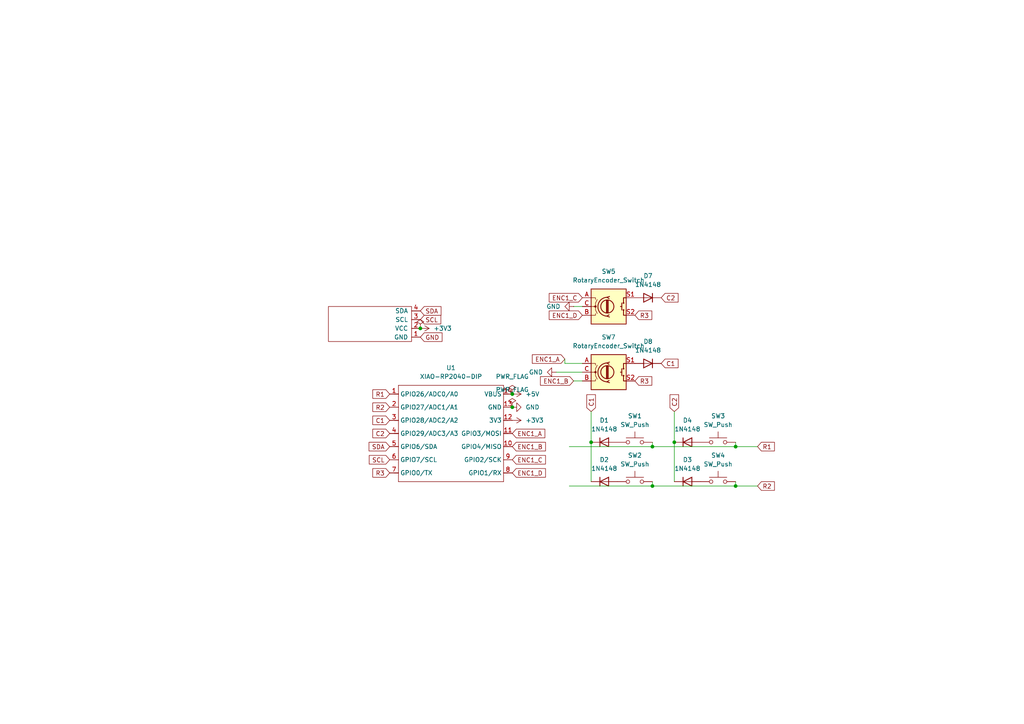
<source format=kicad_sch>
(kicad_sch (version 20250114) (generator "eeschema") (generator_version "9.0")
  (paper "A4")
  (lib_symbols
    (symbol "Device:RotaryEncoder_Switch" (pin_names (offset 0.254) (hide yes))
      (property "Reference" "SW" (at 0 6.604 0))
      (property "Value" "RotaryEncoder_Switch" (at 0 -6.604 0))
      (symbol "RotaryEncoder_Switch_0_1"
        (rectangle (start -5.08 5.08) (end 5.08 -5.08) (stroke (width 0.254)) (fill (type background)))
        (polyline (pts (xy -5.08 2.54) (xy -3.81 2.54) (xy -3.81 2.032)))
        (polyline (pts (xy -5.08 0) (xy -3.81 0) (xy -3.81 -1.016) (xy -3.302 -2.032)))
        (polyline (pts (xy -5.08 -2.54) (xy -3.81 -2.54) (xy -3.81 -2.032)))
        (polyline (pts (xy -4.318 0) (xy -3.81 0) (xy -3.81 1.016) (xy -3.302 2.032)))
        (circle (center -3.81 0) (radius 0.254) (fill (type outline)))
        (polyline (pts (xy -0.635 -1.778) (xy -0.635 1.778)) (stroke (width 0.254)))
        (circle (center -0.381 0) (radius 1.905) (stroke (width 0.254)))
        (polyline (pts (xy -0.381 -1.778) (xy -0.381 1.778)) (stroke (width 0.254)))
        (arc (start -0.381 -2.794) (mid -3.0988 -0.0635) (end -0.381 2.667) (stroke (width 0.254)))
        (polyline (pts (xy -0.127 1.778) (xy -0.127 -1.778)) (stroke (width 0.254)))
        (polyline (pts (xy 0.254 2.921) (xy -0.508 2.667) (xy 0.127 2.286)) (stroke (width 0.254)))
        (polyline (pts (xy 0.254 -3.048) (xy -0.508 -2.794) (xy 0.127 -2.413)) (stroke (width 0.254)))
        (polyline (pts (xy 3.81 1.016) (xy 3.81 -1.016)) (stroke (width 0.254)))
        (polyline (pts (xy 3.81 0) (xy 3.429 0)) (stroke (width 0.254)))
        (circle (center 4.318 1.016) (radius 0.127) (stroke (width 0.254)))
        (circle (center 4.318 -1.016) (radius 0.127) (stroke (width 0.254)))
        (polyline (pts (xy 5.08 2.54) (xy 4.318 2.54) (xy 4.318 1.016)) (stroke (width 0.254)))
        (polyline (pts (xy 5.08 -2.54) (xy 4.318 -2.54) (xy 4.318 -1.016)) (stroke (width 0.254)))
      )
      (symbol "RotaryEncoder_Switch_1_1"
        (pin passive line (at -7.62 2.54 0) (length 2.54) (name "A") (number "A"))
        (pin passive line (at -7.62 0 0) (length 2.54) (name "C") (number "C"))
        (pin passive line (at -7.62 -2.54 0) (length 2.54) (name "B") (number "B"))
        (pin passive line (at 7.62 2.54 180) (length 2.54) (name "S1") (number "S1"))
        (pin passive line (at 7.62 -2.54 180) (length 2.54) (name "S2") (number "S2"))
      )
    )
    (symbol "Diode:1N4148" (pin_numbers (hide yes)) (pin_names (hide yes))
      (property "Reference" "D" (at 0 2.54 0))
      (property "Value" "1N4148" (at 0 -2.54 0))
      (symbol "1N4148_0_1"
        (polyline (pts (xy -1.27 1.27) (xy -1.27 -1.27)) (stroke (width 0.254)))
        (polyline (pts (xy 1.27 1.27) (xy 1.27 -1.27) (xy -1.27 0) (xy 1.27 1.27)) (stroke (width 0.254)))
        (polyline (pts (xy 1.27 0) (xy -1.27 0)))
      )
      (symbol "1N4148_1_1"
        (pin passive line (at -3.81 0 0) (length 2.54) (name "K") (number "1"))
        (pin passive line (at 3.81 0 180) (length 2.54) (name "A") (number "2"))
      )
    )
    (symbol "OPL LIBRARY:XIAO-RP2040-DIP"
      (property "Reference" "U" (at 0 0 0))
      (property "Value" "XIAO-RP2040-DIP" (at 5.334 -1.778 0))
      (symbol "XIAO-RP2040-DIP_1_0"
        (polyline (pts (xy -1.27 -2.54) (xy 29.21 -2.54)) (stroke (width 0.1524)))
        (polyline (pts (xy -1.27 -5.08) (xy -2.54 -5.08)) (stroke (width 0.1524)))
        (polyline (pts (xy -1.27 -5.08) (xy -1.27 -2.54)) (stroke (width 0.1524)))
        (polyline (pts (xy -1.27 -8.89) (xy -2.54 -8.89)) (stroke (width 0.1524)))
        (polyline (pts (xy -1.27 -8.89) (xy -1.27 -5.08)) (stroke (width 0.1524)))
        (polyline (pts (xy -1.27 -12.7) (xy -2.54 -12.7)) (stroke (width 0.1524)))
        (polyline (pts (xy -1.27 -12.7) (xy -1.27 -8.89)) (stroke (width 0.1524)))
        (polyline (pts (xy -1.27 -16.51) (xy -2.54 -16.51)) (stroke (width 0.1524)))
        (polyline (pts (xy -1.27 -16.51) (xy -1.27 -12.7)) (stroke (width 0.1524)))
        (polyline (pts (xy -1.27 -20.32) (xy -2.54 -20.32)) (stroke (width 0.1524)))
        (polyline (pts (xy -1.27 -24.13) (xy -2.54 -24.13)) (stroke (width 0.1524)))
        (polyline (pts (xy -1.27 -27.94) (xy -2.54 -27.94)) (stroke (width 0.1524)))
        (polyline (pts (xy -1.27 -30.48) (xy -1.27 -16.51)) (stroke (width 0.1524)))
        (polyline (pts (xy 29.21 -2.54) (xy 29.21 -5.08)) (stroke (width 0.1524)))
        (polyline (pts (xy 29.21 -5.08) (xy 29.21 -8.89)) (stroke (width 0.1524)))
        (polyline (pts (xy 29.21 -8.89) (xy 29.21 -12.7)) (stroke (width 0.1524)))
        (polyline (pts (xy 29.21 -12.7) (xy 29.21 -30.48)) (stroke (width 0.1524)))
        (polyline (pts (xy 29.21 -30.48) (xy -1.27 -30.48)) (stroke (width 0.1524)))
        (polyline (pts (xy 30.48 -5.08) (xy 29.21 -5.08)) (stroke (width 0.1524)))
        (polyline (pts (xy 30.48 -8.89) (xy 29.21 -8.89)) (stroke (width 0.1524)))
        (polyline (pts (xy 30.48 -12.7) (xy 29.21 -12.7)) (stroke (width 0.1524)))
        (polyline (pts (xy 30.48 -16.51) (xy 29.21 -16.51)) (stroke (width 0.1524)))
        (polyline (pts (xy 30.48 -20.32) (xy 29.21 -20.32)) (stroke (width 0.1524)))
        (polyline (pts (xy 30.48 -24.13) (xy 29.21 -24.13)) (stroke (width 0.1524)))
        (polyline (pts (xy 30.48 -27.94) (xy 29.21 -27.94)) (stroke (width 0.1524)))
        (pin passive line (at -3.81 -5.08 0) (length 2.54) (name "GPIO26/ADC0/A0") (number "1"))
        (pin passive line (at -3.81 -8.89 0) (length 2.54) (name "GPIO27/ADC1/A1") (number "2"))
        (pin passive line (at -3.81 -12.7 0) (length 2.54) (name "GPIO28/ADC2/A2") (number "3"))
        (pin passive line (at -3.81 -16.51 0) (length 2.54) (name "GPIO29/ADC3/A3") (number "4"))
        (pin passive line (at -3.81 -20.32 0) (length 2.54) (name "GPIO6/SDA") (number "5"))
        (pin passive line (at -3.81 -24.13 0) (length 2.54) (name "GPIO7/SCL") (number "6"))
        (pin passive line (at -3.81 -27.94 0) (length 2.54) (name "GPIO0/TX") (number "7"))
        (pin passive line (at 31.75 -5.08 180) (length 2.54) (name "VBUS") (number "14"))
        (pin passive line (at 31.75 -8.89 180) (length 2.54) (name "GND") (number "13"))
        (pin passive line (at 31.75 -12.7 180) (length 2.54) (name "3V3") (number "12"))
        (pin passive line (at 31.75 -16.51 180) (length 2.54) (name "GPIO3/MOSI") (number "11"))
        (pin passive line (at 31.75 -20.32 180) (length 2.54) (name "GPIO4/MISO") (number "10"))
        (pin passive line (at 31.75 -24.13 180) (length 2.54) (name "GPIO2/SCK") (number "9"))
        (pin passive line (at 31.75 -27.94 180) (length 2.54) (name "GPIO1/RX") (number "8"))
      )
    )
    (symbol "SSD1306_1" (pin_names (offset 1.016))
      (symbol "SSD1306_1_0_1"
        (rectangle (start 39.37 12.7) (end 63.5 2.54))
      )
      (symbol "SSD1306_1_1_1"
        (pin input line (at 66.04 11.43 180) (length 2.54) (name "SDA") (number "4"))
        (pin input line (at 66.04 8.89 180) (length 2.54) (name "SCL") (number "3"))
        (pin power_in line (at 66.04 6.35 180) (length 2.54) (name "VCC") (number "2"))
        (pin power_in line (at 66.04 3.81 180) (length 2.54) (name "GND") (number "1"))
      )
    )
    (symbol "Switch:SW_Push" (pin_numbers (hide yes)) (pin_names (offset 1.016) (hide yes))
      (property "Reference" "SW" (at 1.27 2.54 0))
      (property "Value" "SW_Push" (at 0 -1.524 0))
      (symbol "SW_Push_0_1"
        (circle (center -2.032 0) (radius 0.508))
        (polyline (pts (xy 0 1.27) (xy 0 3.048)))
        (circle (center 2.032 0) (radius 0.508))
        (polyline (pts (xy 2.54 1.27) (xy -2.54 1.27)))
        (pin passive line (at -5.08 0 0) (length 2.54) (name "1") (number "1"))
        (pin passive line (at 5.08 0 180) (length 2.54) (name "2") (number "2"))
      )
    )
    (symbol "power:+3V3" (power) (pin_numbers (hide yes)) (pin_names (offset 0) (hide yes))
      (property "Value" "+3V3" (at 0 3.556 0))
      (symbol "+3V3_0_1"
        (polyline (pts (xy -0.762 1.27) (xy 0 2.54)))
        (polyline (pts (xy 0 2.54) (xy 0.762 1.27)))
        (polyline (pts (xy 0 0) (xy 0 2.54)))
      )
      (symbol "+3V3_1_1"
        (pin power_in line (at 0 0 90) (length 0) (name "~") (number "1"))
      )
    )
    (symbol "power:+5V" (power) (pin_numbers (hide yes)) (pin_names (offset 0) (hide yes))
      (property "Value" "+5V" (at 0 3.556 0))
      (symbol "+5V_0_1"
        (polyline (pts (xy -0.762 1.27) (xy 0 2.54)))
        (polyline (pts (xy 0 2.54) (xy 0.762 1.27)))
        (polyline (pts (xy 0 0) (xy 0 2.54)))
      )
      (symbol "+5V_1_1"
        (pin power_in line (at 0 0 90) (length 0) (name "~") (number "1"))
      )
    )
    (symbol "power:GND" (power) (pin_numbers (hide yes)) (pin_names (offset 0) (hide yes))
      (property "Value" "GND" (at 0 -3.81 0))
      (symbol "GND_0_1"
        (polyline (pts (xy 0 0) (xy 0 -1.27) (xy 1.27 -1.27) (xy 0 -2.54) (xy -1.27 -1.27) (xy 0 -1.27)))
      )
      (symbol "GND_1_1"
        (pin power_in line (at 0 0 270) (length 0) (name "~") (number "1"))
      )
    )
    (symbol "power:PWR_FLAG" (power) (pin_numbers (hide yes)) (pin_names (offset 0) (hide yes))
      (property "Value" "PWR_FLAG" (at 0 3.81 0))
      (symbol "PWR_FLAG_0_0"
        (pin power_out line (at 0 0 90) (length 0) (name "~") (number "1"))
      )
      (symbol "PWR_FLAG_0_1"
        (polyline (pts (xy 0 0) (xy 0 1.27) (xy -1.016 1.905) (xy 0 2.54) (xy 1.016 1.905) (xy 0 1.27)))
      )
    )
  )
  (junction (at 189.23 129.54))
  (junction (at 121.92 95.25))
  (junction (at 213.36 140.97))
  (junction (at 189.23 140.97))
  (junction (at 148.59 114.3))
  (junction (at 195.58 128.27))
  (junction (at 213.36 129.54))
  (junction (at 148.59 118.11))
  (junction (at 171.45 128.27))
  (wire (pts (xy 166.37 88.9) (xy 168.91 88.9)))
  (wire (pts (xy 213.36 140.97) (xy 189.23 140.97)))
  (wire (pts (xy 171.45 128.27) (xy 171.45 139.7)))
  (wire (pts (xy 165.1 140.97) (xy 189.23 140.97)))
  (wire (pts (xy 213.36 129.54) (xy 213.36 128.27)))
  (wire (pts (xy 189.23 140.97) (xy 189.23 139.7)))
  (wire (pts (xy 161.29 107.95) (xy 168.91 107.95)))
  (wire (pts (xy 163.83 105.41) (xy 168.91 105.41)))
  (wire (pts (xy 165.1 129.54) (xy 189.23 129.54)))
  (wire (pts (xy 163.83 104.14) (xy 163.83 105.41)))
  (wire (pts (xy 213.36 129.54) (xy 189.23 129.54)))
  (wire (pts (xy 166.37 110.49) (xy 168.91 110.49)))
  (wire (pts (xy 195.58 119.38) (xy 195.58 128.27)))
  (wire (pts (xy 195.58 128.27) (xy 195.58 139.7)))
  (wire (pts (xy 189.23 129.54) (xy 189.23 128.27)))
  (wire (pts (xy 213.36 139.7) (xy 213.36 140.97)))
  (wire (pts (xy 213.36 140.97) (xy 219.71 140.97)))
  (wire (pts (xy 171.45 119.38) (xy 171.45 128.27)))
  (wire (pts (xy 219.71 129.54) (xy 213.36 129.54)))
  (global_label "SDA" (shape input) (at 113.03 129.54 180) (property "Intersheetrefs" "${INTERSHEET_REFS}" (effects (hide yes))))
  (global_label "C1" (shape input) (at 191.77 105.41 0) (property "Intersheetrefs" "${INTERSHEET_REFS}" (effects (hide yes))))
  (global_label "C2" (shape input) (at 195.58 119.38 90) (property "Intersheetrefs" "${INTERSHEET_REFS}" (effects (hide yes))))
  (global_label "R3" (shape input) (at 184.15 91.44 0) (property "Intersheetrefs" "${INTERSHEET_REFS}" (effects (hide yes))))
  (global_label "C2" (shape input) (at 191.77 86.36 0) (property "Intersheetrefs" "${INTERSHEET_REFS}" (effects (hide yes))))
  (global_label "R3" (shape input) (at 184.15 110.49 0) (property "Intersheetrefs" "${INTERSHEET_REFS}" (effects (hide yes))))
  (global_label "R2" (shape input) (at 219.71 140.97 0) (property "Intersheetrefs" "${INTERSHEET_REFS}" (effects (hide yes))))
  (global_label "GND" (shape input) (at 121.92 97.79 0) (property "Intersheetrefs" "${INTERSHEET_REFS}" (effects (hide yes))))
  (global_label "C1" (shape input) (at 171.45 119.38 90) (property "Intersheetrefs" "${INTERSHEET_REFS}" (effects (hide yes))))
  (global_label "ENC1_A" (shape input) (at 163.83 104.14 180) (property "Intersheetrefs" "${INTERSHEET_REFS}" (effects (hide yes))))
  (global_label "SCL" (shape input) (at 121.92 92.71 0) (property "Intersheetrefs" "${INTERSHEET_REFS}" (effects (hide yes))))
  (global_label "R3" (shape input) (at 113.03 137.16 180) (property "Intersheetrefs" "${INTERSHEET_REFS}" (effects (hide yes))))
  (global_label "C1" (shape input) (at 113.03 121.92 180) (property "Intersheetrefs" "${INTERSHEET_REFS}" (effects (hide yes))))
  (global_label "ENC1_D" (shape input) (at 148.59 137.16 0) (property "Intersheetrefs" "${INTERSHEET_REFS}" (effects (hide yes))))
  (global_label "SCL" (shape input) (at 113.03 133.35 180) (property "Intersheetrefs" "${INTERSHEET_REFS}" (effects (hide yes))))
  (global_label "SDA" (shape input) (at 121.92 90.17 0) (property "Intersheetrefs" "${INTERSHEET_REFS}" (effects (hide yes))))
  (global_label "ENC1_D" (shape input) (at 168.91 91.44 180) (property "Intersheetrefs" "${INTERSHEET_REFS}" (effects (hide yes))))
  (global_label "ENC1_C" (shape input) (at 168.91 86.36 180) (property "Intersheetrefs" "${INTERSHEET_REFS}" (effects (hide yes))))
  (global_label "R1" (shape input) (at 219.71 129.54 0) (property "Intersheetrefs" "${INTERSHEET_REFS}" (effects (hide yes))))
  (global_label "C2" (shape input) (at 113.03 125.73 180) (property "Intersheetrefs" "${INTERSHEET_REFS}" (effects (hide yes))))
  (global_label "R2" (shape input) (at 113.03 118.11 180) (property "Intersheetrefs" "${INTERSHEET_REFS}" (effects (hide yes))))
  (global_label "ENC1_B" (shape input) (at 166.37 110.49 180) (property "Intersheetrefs" "${INTERSHEET_REFS}" (effects (hide yes))))
  (global_label "ENC1_B" (shape input) (at 148.59 129.54 0) (property "Intersheetrefs" "${INTERSHEET_REFS}" (effects (hide yes))))
  (global_label "ENC1_C" (shape input) (at 148.59 133.35 0) (property "Intersheetrefs" "${INTERSHEET_REFS}" (effects (hide yes))))
  (global_label "R1" (shape input) (at 113.03 114.3 180) (property "Intersheetrefs" "${INTERSHEET_REFS}" (effects (hide yes))))
  (global_label "ENC1_A" (shape input) (at 148.59 125.73 0) (property "Intersheetrefs" "${INTERSHEET_REFS}" (effects (hide yes))))
  (symbol (lib_id "Switch:SW_Push") (at 208.28 128.27 0) (unit 1)
    (property "Reference" "SW3" (at 208.28 120.65 0))
    (property "Value" "SW_Push" (at 208.28 123.19 0))
    (property "Footprint" "Button_Switch_Keyboard:SW_Cherry_MX_1.00u_PCB" (effects (hide yes)))
    (property "Description" "Push button switch, generic, two pins" (effects (hide yes)))
  )
  (symbol (lib_id "power:+3V3") (at 121.92 95.25 270) (unit 1)
    (property "Reference" "#PWR01" (effects (hide yes)))
    (property "Value" "+3V3" (at 125.73 95.2499 90) (effects (justify left)))
    (property "Description" "Power symbol creates a global label with name \"+3V3\"" (effects (hide yes)))
  )
  (symbol (lib_id "Diode:1N4148") (at 199.39 139.7 0) (unit 1)
    (property "Reference" "D3" (at 199.39 133.35 0))
    (property "Value" "1N4148" (at 199.39 135.89 0))
    (property "Footprint" "Diode_THT:D_DO-35_SOD27_P7.62mm_Horizontal" (effects (hide yes)))
    (property "Datasheet" "https://assets.nexperia.com/documents/data-sheet/1N4148_1N4448.pdf" (effects (hide yes)))
    (property "Description" "100V 0.15A standard switching diode, DO-35" (effects (hide yes)))
    (property "Sim.Device" "D" (effects (hide yes)))
    (property "Sim.Pins" "1=K 2=A" (effects (hide yes)))
  )
  (symbol (lib_id "Diode:1N4148") (at 187.96 86.36 180) (unit 1)
    (property "Reference" "D7" (at 187.96 80.01 0))
    (property "Value" "1N4148" (at 187.96 82.55 0))
    (property "Footprint" "Diode_THT:D_DO-35_SOD27_P7.62mm_Horizontal" (effects (hide yes)))
    (property "Datasheet" "https://assets.nexperia.com/documents/data-sheet/1N4148_1N4448.pdf" (effects (hide yes)))
    (property "Description" "100V 0.15A standard switching diode, DO-35" (effects (hide yes)))
    (property "Sim.Device" "D" (effects (hide yes)))
    (property "Sim.Pins" "1=K 2=A" (effects (hide yes)))
  )
  (symbol (lib_id "Switch:SW_Push") (at 208.28 139.7 0) (unit 1)
    (property "Reference" "SW4" (at 208.28 132.08 0))
    (property "Value" "SW_Push" (at 208.28 134.62 0))
    (property "Footprint" "Button_Switch_Keyboard:SW_Cherry_MX_1.00u_PCB" (effects (hide yes)))
    (property "Description" "Push button switch, generic, two pins" (effects (hide yes)))
  )
  (symbol (lib_id "power:GND") (at 161.29 107.95 270) (unit 1)
    (property "Reference" "#PWR011" (effects (hide yes)))
    (property "Value" "GND" (at 157.48 107.9499 90) (effects (justify right)))
    (property "Description" "Power symbol creates a global label with name \"GND\" , ground" (effects (hide yes)))
  )
  (symbol (lib_id "Diode:1N4148") (at 175.26 139.7 0) (unit 1)
    (property "Reference" "D2" (at 175.26 133.35 0))
    (property "Value" "1N4148" (at 175.26 135.89 0))
    (property "Footprint" "Diode_THT:D_DO-35_SOD27_P7.62mm_Horizontal" (effects (hide yes)))
    (property "Datasheet" "https://assets.nexperia.com/documents/data-sheet/1N4148_1N4448.pdf" (effects (hide yes)))
    (property "Description" "100V 0.15A standard switching diode, DO-35" (effects (hide yes)))
    (property "Sim.Device" "D" (effects (hide yes)))
    (property "Sim.Pins" "1=K 2=A" (effects (hide yes)))
  )
  (symbol (lib_id "Switch:SW_Push") (at 184.15 139.7 0) (unit 1)
    (property "Reference" "SW2" (at 184.15 132.08 0))
    (property "Value" "SW_Push" (at 184.15 134.62 0))
    (property "Footprint" "Button_Switch_Keyboard:SW_Cherry_MX_1.00u_PCB" (effects (hide yes)))
    (property "Description" "Push button switch, generic, two pins" (effects (hide yes)))
  )
  (symbol (lib_id "Diode:1N4148") (at 187.96 105.41 180) (unit 1)
    (property "Reference" "D8" (at 187.96 99.06 0))
    (property "Value" "1N4148" (at 187.96 101.6 0))
    (property "Footprint" "Diode_THT:D_DO-35_SOD27_P7.62mm_Horizontal" (effects (hide yes)))
    (property "Datasheet" "https://assets.nexperia.com/documents/data-sheet/1N4148_1N4448.pdf" (effects (hide yes)))
    (property "Description" "100V 0.15A standard switching diode, DO-35" (effects (hide yes)))
    (property "Sim.Device" "D" (effects (hide yes)))
    (property "Sim.Pins" "1=K 2=A" (effects (hide yes)))
  )
  (symbol (lib_id "power:PWR_FLAG") (at 148.59 118.11 0) (unit 1)
    (property "Reference" "#FLG02" (effects (hide yes)))
    (property "Value" "PWR_FLAG" (at 148.59 113.03 0))
    (property "Description" "Special symbol for telling ERC where power comes from" (effects (hide yes)))
  )
  (symbol (lib_id "power:PWR_FLAG") (at 121.92 95.25 0) (unit 1)
    (property "Reference" "#FLG03" (effects (hide yes)))
    (property "Value" "PWR_FLAG" (effects (hide yes)))
    (property "Description" "Special symbol for telling ERC where power comes from" (effects (hide yes)))
  )
  (symbol (lib_name "SSD1306_1") (lib_id "Oled Symbol:SSD1306") (at 55.88 101.6 0) (unit 1)
    (property "Reference" "U3" (effects (hide yes)))
    (property "Value" "SSD1306" (effects (hide yes)))
    (property "Footprint" "KIcad:SSD1306-0.91-OLED-4pin-128x32" (effects (hide yes)))
  )
  (symbol (lib_id "power:GND") (at 166.37 88.9 270) (unit 1)
    (property "Reference" "#PWR08" (effects (hide yes)))
    (property "Value" "GND" (at 162.56 88.8999 90) (effects (justify right)))
    (property "Description" "Power symbol creates a global label with name \"GND\" , ground" (effects (hide yes)))
  )
  (symbol (lib_id "OPL LIBRARY:XIAO-RP2040-DIP") (at 116.84 109.22 0) (unit 1)
    (property "Reference" "U1" (at 130.81 106.68 0))
    (property "Value" "XIAO-RP2040-DIP" (at 130.81 109.22 0))
    (property "Footprint" "XIAO:XIAO-RP2040-DIP" (effects (hide yes)))
  )
  (symbol (lib_id "Switch:SW_Push") (at 184.15 128.27 0) (unit 1)
    (property "Reference" "SW1" (at 184.15 120.65 0))
    (property "Value" "SW_Push" (at 184.15 123.19 0))
    (property "Footprint" "Button_Switch_Keyboard:SW_Cherry_MX_1.00u_PCB" (effects (hide yes)))
    (property "Description" "Push button switch, generic, two pins" (effects (hide yes)))
  )
  (symbol (lib_id "power:GND") (at 148.59 118.11 90) (unit 1)
    (property "Reference" "#PWR03" (effects (hide yes)))
    (property "Value" "GND" (at 152.4 118.1099 90) (effects (justify right)))
    (property "Description" "Power symbol creates a global label with name \"GND\" , ground" (effects (hide yes)))
  )
  (symbol (lib_id "Device:RotaryEncoder_Switch") (at 176.53 88.9 0) (unit 1)
    (property "Reference" "SW5" (at 176.53 78.74 0))
    (property "Value" "RotaryEncoder_Switch" (at 176.53 81.28 0))
    (property "Footprint" "Rotary_Encoder:RotaryEncoder_Alps_EC11E-Switch_Vertical_H20mm" (effects (hide yes)))
    (property "Description" "Rotary encoder, dual channel, incremental quadrate outputs, with switch" (effects (hide yes)))
  )
  (symbol (lib_id "Diode:1N4148") (at 175.26 128.27 0) (unit 1)
    (property "Reference" "D1" (at 175.26 121.92 0))
    (property "Value" "1N4148" (at 175.26 124.46 0))
    (property "Footprint" "Diode_THT:D_DO-35_SOD27_P7.62mm_Horizontal" (effects (hide yes)))
    (property "Datasheet" "https://assets.nexperia.com/documents/data-sheet/1N4148_1N4448.pdf" (effects (hide yes)))
    (property "Description" "100V 0.15A standard switching diode, DO-35" (effects (hide yes)))
    (property "Sim.Device" "D" (effects (hide yes)))
    (property "Sim.Pins" "1=K 2=A" (effects (hide yes)))
  )
  (symbol (lib_id "Device:RotaryEncoder_Switch") (at 176.53 107.95 0) (unit 1)
    (property "Reference" "SW7" (at 176.53 97.79 0))
    (property "Value" "RotaryEncoder_Switch" (at 176.53 100.33 0))
    (property "Footprint" "Rotary_Encoder:RotaryEncoder_Alps_EC11E-Switch_Vertical_H20mm" (effects (hide yes)))
    (property "Description" "Rotary encoder, dual channel, incremental quadrate outputs, with switch" (effects (hide yes)))
  )
  (symbol (lib_id "power:+3V3") (at 148.59 121.92 270) (unit 1)
    (property "Reference" "#PWR04" (effects (hide yes)))
    (property "Value" "+3V3" (at 152.4 121.9199 90) (effects (justify left)))
    (property "Description" "Power symbol creates a global label with name \"+3V3\"" (effects (hide yes)))
  )
  (symbol (lib_id "power:+5V") (at 148.59 114.3 270) (unit 1)
    (property "Reference" "#PWR02" (effects (hide yes)))
    (property "Value" "+5V" (at 152.4 114.2999 90) (effects (justify left)))
    (property "Description" "Power symbol creates a global label with name \"+5V\"" (effects (hide yes)))
  )
  (symbol (lib_id "Diode:1N4148") (at 199.39 128.27 0) (unit 1)
    (property "Reference" "D4" (at 199.39 121.92 0))
    (property "Value" "1N4148" (at 199.39 124.46 0))
    (property "Footprint" "Diode_THT:D_DO-35_SOD27_P7.62mm_Horizontal" (effects (hide yes)))
    (property "Datasheet" "https://assets.nexperia.com/documents/data-sheet/1N4148_1N4448.pdf" (effects (hide yes)))
    (property "Description" "100V 0.15A standard switching diode, DO-35" (effects (hide yes)))
    (property "Sim.Device" "D" (effects (hide yes)))
    (property "Sim.Pins" "1=K 2=A" (effects (hide yes)))
  )
  (symbol (lib_id "power:PWR_FLAG") (at 148.59 114.3 0) (unit 1)
    (property "Reference" "#FLG01" (effects (hide yes)))
    (property "Value" "PWR_FLAG" (at 148.59 109.22 0))
    (property "Description" "Special symbol for telling ERC where power comes from" (effects (hide yes)))
  )
)
</source>
